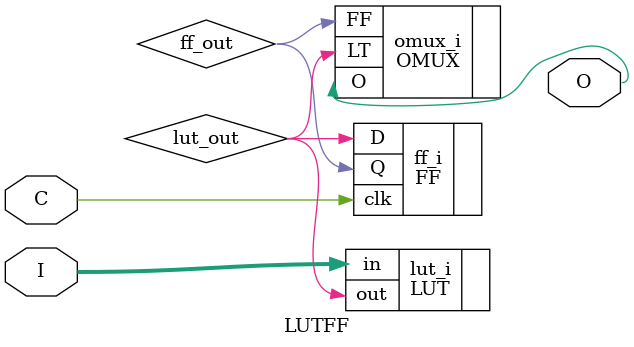
<source format=v>
`include "../ff/ff.sim.v"
`include "../lut/lut.sim.v"
`include "../omux/omux.sim.v"

module LUTFF (
  input [3:0] I,
  (* CLOCK *) input C,
  output O,
);
  parameter [0:0] OSEL = 1'b0;
  parameter [15:0] LUT_INIT = 1'b0;

  wire lut_out, ff_out;

  LUT #(.INIT(LUT_INIT)) lut_i(.in(I), .out(lut_out));
  FF ff_i(.clk(C), .D(lut_out), .Q(ff_out));
  OMUX #(.S(OSEL)) omux_i(.LT(lut_out), .FF(ff_out), .O(O));

endmodule

</source>
